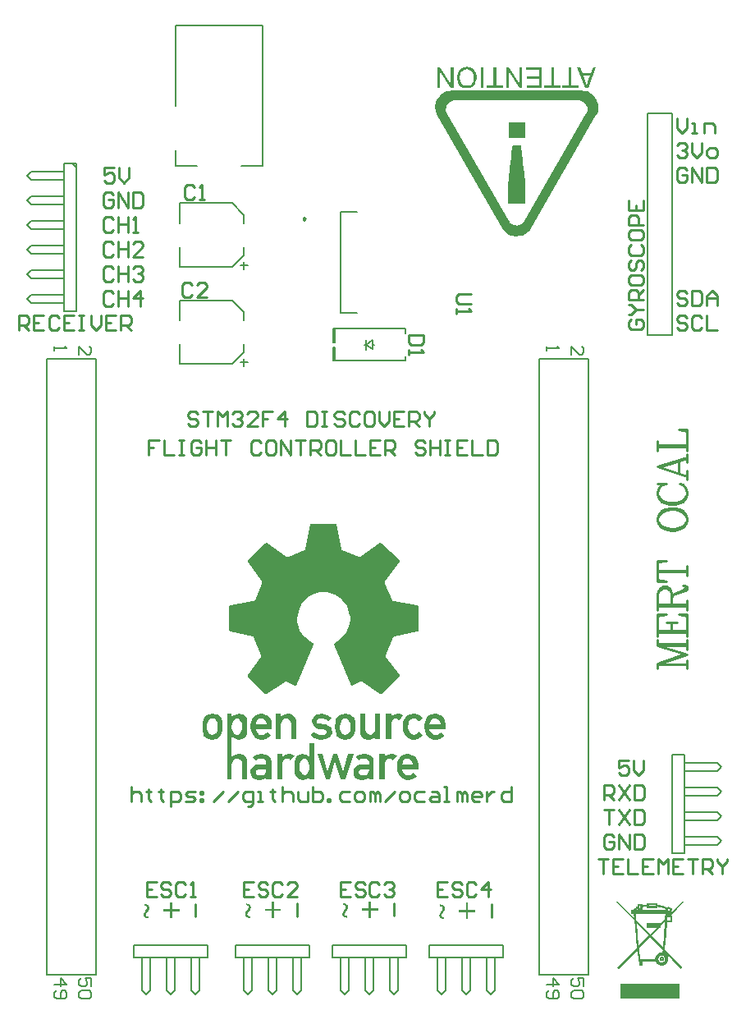
<source format=gto>
G04*
G04 #@! TF.GenerationSoftware,Altium Limited,Altium Designer,20.0.10 (225)*
G04*
G04 Layer_Color=65535*
%FSLAX25Y25*%
%MOIN*%
G70*
G01*
G75*
%ADD10C,0.00984*%
%ADD11C,0.00787*%
%ADD12C,0.01000*%
%ADD13C,0.00600*%
%ADD14C,0.00800*%
G36*
X174687Y43045D02*
X174872Y43030D01*
X175072Y42984D01*
X175302Y42922D01*
X175533Y42845D01*
X175748Y42722D01*
X175778Y42707D01*
X175840Y42646D01*
X175948Y42553D01*
X176055Y42430D01*
X176178Y42261D01*
X176286Y42077D01*
X176347Y41862D01*
X176378Y41631D01*
Y41539D01*
X176363Y41431D01*
X176332Y41293D01*
X176286Y41124D01*
X176224Y40940D01*
X176147Y40740D01*
X176024Y40525D01*
X175256Y39326D01*
X175241Y39310D01*
X175210Y39249D01*
X175164Y39157D01*
X175102Y39064D01*
X174995Y38834D01*
X174964Y38726D01*
X174949Y38649D01*
Y38603D01*
X174964Y38542D01*
X174979Y38480D01*
X175010Y38404D01*
X175056Y38327D01*
X175118Y38234D01*
X175210Y38158D01*
X175225Y38142D01*
X175271Y38127D01*
X175333Y38081D01*
X175425Y38035D01*
X175548Y37989D01*
X175702Y37958D01*
X175871Y37927D01*
X176055D01*
Y37205D01*
X176040D01*
X176009D01*
X175963D01*
X175901Y37220D01*
X175732Y37235D01*
X175533Y37266D01*
X175302Y37312D01*
X175056Y37374D01*
X174826Y37481D01*
X174610Y37604D01*
X174580Y37620D01*
X174518Y37681D01*
X174441Y37758D01*
X174334Y37881D01*
X174241Y38035D01*
X174149Y38204D01*
X174088Y38419D01*
X174072Y38649D01*
Y38726D01*
X174088Y38803D01*
X174103Y38895D01*
X174149Y39126D01*
X174211Y39249D01*
X174272Y39372D01*
X175195Y40924D01*
X175210Y40940D01*
X175241Y41001D01*
X175271Y41078D01*
X175317Y41186D01*
X175410Y41416D01*
X175440Y41539D01*
X175456Y41647D01*
Y41677D01*
X175440Y41754D01*
X175410Y41877D01*
X175348Y42000D01*
X175256Y42123D01*
X175118Y42246D01*
X175025Y42292D01*
X174918Y42323D01*
X174795Y42354D01*
X174656D01*
X174641D01*
X174580D01*
X174518D01*
X174426D01*
Y43061D01*
X174441D01*
X174457D01*
X174549D01*
X174687Y43045D01*
D02*
G37*
G36*
X185785Y40955D02*
X188583D01*
Y40002D01*
X185785D01*
Y37205D01*
X184832D01*
Y40002D01*
X182035D01*
Y40955D01*
X184832D01*
Y43752D01*
X185785D01*
Y40955D01*
D02*
G37*
G36*
X135317Y43537D02*
X135502Y43522D01*
X135701Y43476D01*
X135932Y43415D01*
X136162Y43338D01*
X136378Y43215D01*
X136408Y43199D01*
X136470Y43138D01*
X136577Y43046D01*
X136685Y42923D01*
X136808Y42754D01*
X136916Y42569D01*
X136977Y42354D01*
X137008Y42123D01*
Y42031D01*
X136993Y41924D01*
X136962Y41785D01*
X136916Y41616D01*
X136854Y41432D01*
X136777Y41232D01*
X136654Y41017D01*
X135886Y39818D01*
X135871Y39803D01*
X135840Y39741D01*
X135794Y39649D01*
X135732Y39557D01*
X135625Y39326D01*
X135594Y39219D01*
X135579Y39142D01*
Y39096D01*
X135594Y39034D01*
X135609Y38973D01*
X135640Y38896D01*
X135686Y38819D01*
X135748Y38727D01*
X135840Y38650D01*
X135855Y38634D01*
X135901Y38619D01*
X135963Y38573D01*
X136055Y38527D01*
X136178Y38481D01*
X136332Y38450D01*
X136501Y38419D01*
X136685D01*
Y37697D01*
X136670D01*
X136639D01*
X136593D01*
X136531Y37712D01*
X136362Y37728D01*
X136162Y37758D01*
X135932Y37804D01*
X135686Y37866D01*
X135456Y37973D01*
X135240Y38096D01*
X135210Y38112D01*
X135148Y38173D01*
X135071Y38250D01*
X134964Y38373D01*
X134871Y38527D01*
X134779Y38696D01*
X134718Y38911D01*
X134702Y39142D01*
Y39219D01*
X134718Y39295D01*
X134733Y39388D01*
X134779Y39618D01*
X134841Y39741D01*
X134902Y39864D01*
X135824Y41416D01*
X135840Y41432D01*
X135871Y41493D01*
X135901Y41570D01*
X135947Y41678D01*
X136040Y41908D01*
X136070Y42031D01*
X136086Y42139D01*
Y42169D01*
X136070Y42246D01*
X136040Y42369D01*
X135978Y42492D01*
X135886Y42615D01*
X135748Y42738D01*
X135655Y42784D01*
X135548Y42815D01*
X135425Y42846D01*
X135286D01*
X135271D01*
X135210D01*
X135148D01*
X135056D01*
Y43553D01*
X135071D01*
X135087D01*
X135179D01*
X135317Y43537D01*
D02*
G37*
G36*
X146415Y41447D02*
X149213D01*
Y40494D01*
X146415D01*
Y37697D01*
X145462D01*
Y40494D01*
X142665D01*
Y41447D01*
X145462D01*
Y44245D01*
X146415D01*
Y41447D01*
D02*
G37*
G36*
X95849Y43439D02*
X96033Y43424D01*
X96233Y43378D01*
X96464Y43316D01*
X96694Y43239D01*
X96909Y43116D01*
X96940Y43101D01*
X97001Y43039D01*
X97109Y42947D01*
X97217Y42824D01*
X97339Y42655D01*
X97447Y42471D01*
X97509Y42255D01*
X97539Y42025D01*
Y41933D01*
X97524Y41825D01*
X97493Y41687D01*
X97447Y41518D01*
X97386Y41333D01*
X97309Y41133D01*
X97186Y40918D01*
X96417Y39720D01*
X96402Y39704D01*
X96371Y39643D01*
X96325Y39550D01*
X96264Y39458D01*
X96156Y39228D01*
X96125Y39120D01*
X96110Y39043D01*
Y38997D01*
X96125Y38936D01*
X96141Y38874D01*
X96171Y38797D01*
X96218Y38720D01*
X96279Y38628D01*
X96371Y38551D01*
X96387Y38536D01*
X96433Y38521D01*
X96494Y38475D01*
X96586Y38428D01*
X96709Y38382D01*
X96863Y38352D01*
X97032Y38321D01*
X97217D01*
Y37598D01*
X97201D01*
X97171D01*
X97124D01*
X97063Y37614D01*
X96894Y37629D01*
X96694Y37660D01*
X96464Y37706D01*
X96218Y37767D01*
X95987Y37875D01*
X95772Y37998D01*
X95741Y38013D01*
X95680Y38075D01*
X95603Y38152D01*
X95495Y38275D01*
X95403Y38428D01*
X95311Y38598D01*
X95249Y38813D01*
X95234Y39043D01*
Y39120D01*
X95249Y39197D01*
X95265Y39289D01*
X95311Y39520D01*
X95372Y39643D01*
X95434Y39766D01*
X96356Y41318D01*
X96371Y41333D01*
X96402Y41395D01*
X96433Y41472D01*
X96479Y41579D01*
X96571Y41810D01*
X96602Y41933D01*
X96617Y42040D01*
Y42071D01*
X96602Y42148D01*
X96571Y42271D01*
X96510Y42394D01*
X96417Y42517D01*
X96279Y42640D01*
X96187Y42686D01*
X96079Y42717D01*
X95956Y42747D01*
X95818D01*
X95802D01*
X95741D01*
X95680D01*
X95587D01*
Y43454D01*
X95603D01*
X95618D01*
X95710D01*
X95849Y43439D01*
D02*
G37*
G36*
X106947Y41349D02*
X109744D01*
Y40396D01*
X106947D01*
Y37598D01*
X105994D01*
Y40396D01*
X103197D01*
Y41349D01*
X105994D01*
Y44146D01*
X106947D01*
Y41349D01*
D02*
G37*
G36*
X65707Y41152D02*
X68504D01*
Y40199D01*
X65707D01*
Y37402D01*
X64754D01*
Y40199D01*
X61956D01*
Y41152D01*
X64754D01*
Y43949D01*
X65707D01*
Y41152D01*
D02*
G37*
G36*
X54609Y43242D02*
X54793Y43227D01*
X54993Y43181D01*
X55223Y43119D01*
X55454Y43042D01*
X55669Y42919D01*
X55700Y42904D01*
X55761Y42843D01*
X55869Y42750D01*
X55976Y42627D01*
X56099Y42458D01*
X56207Y42274D01*
X56269Y42059D01*
X56299Y41828D01*
Y41736D01*
X56284Y41628D01*
X56253Y41490D01*
X56207Y41321D01*
X56146Y41137D01*
X56069Y40937D01*
X55946Y40721D01*
X55177Y39523D01*
X55162Y39507D01*
X55131Y39446D01*
X55085Y39354D01*
X55023Y39261D01*
X54916Y39031D01*
X54885Y38923D01*
X54870Y38846D01*
Y38800D01*
X54885Y38739D01*
X54900Y38677D01*
X54931Y38600D01*
X54977Y38524D01*
X55039Y38431D01*
X55131Y38355D01*
X55146Y38339D01*
X55193Y38324D01*
X55254Y38278D01*
X55346Y38232D01*
X55469Y38185D01*
X55623Y38155D01*
X55792Y38124D01*
X55976D01*
Y37402D01*
X55961D01*
X55930D01*
X55884D01*
X55823Y37417D01*
X55654Y37432D01*
X55454Y37463D01*
X55223Y37509D01*
X54977Y37571D01*
X54747Y37678D01*
X54532Y37801D01*
X54501Y37817D01*
X54439Y37878D01*
X54363Y37955D01*
X54255Y38078D01*
X54163Y38232D01*
X54071Y38401D01*
X54009Y38616D01*
X53994Y38846D01*
Y38923D01*
X54009Y39000D01*
X54024Y39092D01*
X54071Y39323D01*
X54132Y39446D01*
X54194Y39569D01*
X55116Y41121D01*
X55131Y41137D01*
X55162Y41198D01*
X55193Y41275D01*
X55239Y41382D01*
X55331Y41613D01*
X55362Y41736D01*
X55377Y41844D01*
Y41874D01*
X55362Y41951D01*
X55331Y42074D01*
X55269Y42197D01*
X55177Y42320D01*
X55039Y42443D01*
X54947Y42489D01*
X54839Y42520D01*
X54716Y42551D01*
X54578D01*
X54562D01*
X54501D01*
X54439D01*
X54347D01*
Y43257D01*
X54363D01*
X54378D01*
X54470D01*
X54609Y43242D01*
D02*
G37*
G36*
X132448Y197407D02*
Y197214D01*
X134370Y187411D01*
Y187218D01*
X134562Y187026D01*
X134754Y186834D01*
X141290Y184143D01*
X141867D01*
X150133Y189910D01*
X150325D01*
X150709Y189717D01*
X157822Y182989D01*
Y182797D01*
Y182605D01*
Y182413D01*
Y182220D01*
X152055Y174147D01*
Y173762D01*
Y173570D01*
Y173378D01*
X155131Y166650D01*
Y166457D01*
X155323Y166265D01*
X155708D01*
X164935Y164535D01*
X165319D01*
X165511Y164343D01*
Y164151D01*
Y154347D01*
Y154155D01*
X165319Y153963D01*
X164935D01*
X155900Y152040D01*
X155708D01*
X155515Y151848D01*
X155323Y151656D01*
X152440Y144351D01*
Y144159D01*
Y143967D01*
Y143774D01*
Y143582D01*
X157822Y136085D01*
Y135701D01*
Y135509D01*
X150709Y128588D01*
X150517Y128396D01*
X150325D01*
X150133Y128588D01*
X142636Y133586D01*
X141867D01*
X138791Y131856D01*
X138407D01*
X138215Y132048D01*
X131294Y148580D01*
Y148772D01*
X131486Y149349D01*
X132448Y149733D01*
X132640Y149926D01*
X132832Y150118D01*
X133024Y150310D01*
X133601Y150695D01*
X134370Y151464D01*
X135331Y152425D01*
X136292Y153578D01*
X137061Y155116D01*
X137638Y156846D01*
X137830Y158961D01*
Y159153D01*
Y159730D01*
X137638Y160498D01*
X137446Y161652D01*
X137061Y162805D01*
X136485Y164151D01*
X135715Y165496D01*
X134754Y166650D01*
X134562Y166842D01*
X134178Y167227D01*
X133601Y167611D01*
X132640Y168380D01*
X131486Y168956D01*
X130141Y169341D01*
X128795Y169726D01*
X127065Y169918D01*
X126296D01*
X125527Y169726D01*
X124374Y169533D01*
X123221Y169149D01*
X121875Y168572D01*
X120722Y167803D01*
X119376Y166650D01*
X119184Y166457D01*
X118991Y166073D01*
X118415Y165496D01*
X117838Y164535D01*
X117262Y163382D01*
X116877Y162036D01*
X116492Y160691D01*
X116300Y158961D01*
Y158768D01*
Y157999D01*
X116492Y157038D01*
X116877Y155693D01*
X117454Y154347D01*
X118415Y152809D01*
X119568Y151464D01*
X121298Y150118D01*
Y149926D01*
X121491Y149733D01*
X121683D01*
X122644Y149349D01*
X122836Y149157D01*
Y148580D01*
X116108Y132048D01*
X115916D01*
X115339Y131856D01*
X112071Y133586D01*
X111495D01*
X103998Y128588D01*
X103805Y128396D01*
X103613D01*
X103421Y128588D01*
X96308Y135509D01*
Y135701D01*
Y135893D01*
Y136085D01*
X101691Y143582D01*
Y143774D01*
Y143967D01*
Y144159D01*
Y144351D01*
X98615Y151656D01*
Y151848D01*
X98231Y152040D01*
X89196Y153963D01*
X89004D01*
X88811Y154155D01*
X88619Y154347D01*
Y164151D01*
Y164343D01*
X88811Y164535D01*
X89196D01*
X98423Y166265D01*
X98615D01*
X99192Y166650D01*
X101883Y173378D01*
Y173570D01*
Y173762D01*
Y173954D01*
Y174147D01*
X96308Y182220D01*
Y182413D01*
Y182605D01*
Y182797D01*
Y182989D01*
X103421Y189717D01*
X103613Y189910D01*
X103998D01*
X112071Y184143D01*
X112840D01*
X119376Y186834D01*
X119568D01*
X119760Y187026D01*
Y187411D01*
X121683Y197214D01*
Y197407D01*
X121875Y197599D01*
X132255D01*
X132448Y197407D01*
D02*
G37*
G36*
X158591Y120130D02*
X159360Y119746D01*
X157822Y117823D01*
X157630Y118016D01*
X157438Y118208D01*
X157053Y118400D01*
X156669Y118592D01*
X156284D01*
X155708Y118400D01*
X154939Y117631D01*
X154746Y117054D01*
X154554Y116286D01*
Y110134D01*
X152440D01*
Y120515D01*
X154554D01*
Y119361D01*
X154746Y119553D01*
X155131Y119938D01*
X156092Y120322D01*
X157245Y120515D01*
X157822D01*
X158591Y120130D01*
D02*
G37*
G36*
X114378D02*
X114955Y119553D01*
X115531Y118977D01*
X115916Y118016D01*
X116108Y116862D01*
Y110134D01*
X113994D01*
Y116286D01*
Y116478D01*
Y116670D01*
X113801Y117439D01*
X113032Y118208D01*
X112648Y118592D01*
X111495D01*
X110918Y118400D01*
X110149Y117631D01*
X109957Y117054D01*
X109765Y116286D01*
Y110134D01*
X107650D01*
Y120515D01*
X109765D01*
Y119361D01*
X109957Y119553D01*
X110533Y119938D01*
X111302Y120322D01*
X112648Y120515D01*
X113225D01*
X114378Y120130D01*
D02*
G37*
G36*
X93617Y120322D02*
X94578Y120130D01*
X95539Y119361D01*
X95732Y119169D01*
X95924Y118400D01*
X96116Y117247D01*
Y115324D01*
Y115132D01*
Y114940D01*
Y113786D01*
X95924Y112441D01*
X95539Y111287D01*
X95347Y111095D01*
X94578Y110711D01*
X93617Y110134D01*
X92656Y109942D01*
X92464D01*
X91887Y110134D01*
X90926Y110519D01*
X89773Y111095D01*
Y103022D01*
X89965Y103214D01*
X90541Y103598D01*
X91310Y103983D01*
X92656Y104175D01*
X93233D01*
X94386Y103791D01*
X94963Y103406D01*
X95539Y102637D01*
X95924Y101868D01*
X96116Y100715D01*
Y93987D01*
X94002D01*
Y99946D01*
Y100138D01*
Y100330D01*
X93809Y101099D01*
X93041Y101868D01*
X92656Y102253D01*
X91503D01*
X90926Y102060D01*
X90157Y101292D01*
X89965Y100715D01*
X89773Y99946D01*
Y93987D01*
X88042D01*
Y120515D01*
X89773D01*
Y119361D01*
X89965Y119553D01*
X90734Y119938D01*
X91503Y120322D01*
X92656Y120515D01*
X92848D01*
X93617Y120322D01*
D02*
G37*
G36*
X127642Y120322D02*
X128795Y119938D01*
X130141Y118977D01*
X128988Y117631D01*
X128603Y117823D01*
X127834Y118208D01*
X126873Y118400D01*
X126104Y118592D01*
X125720D01*
X125143Y118400D01*
X124566Y118208D01*
X124182Y117439D01*
Y117247D01*
X124374Y117054D01*
X124758Y116670D01*
X125720Y116478D01*
X127450Y116286D01*
X128026D01*
X128988Y115709D01*
X130141Y114748D01*
X130333Y114171D01*
X130525Y113210D01*
Y113018D01*
Y112633D01*
X130333Y112249D01*
X129949Y111672D01*
X129372Y110903D01*
X128603Y110519D01*
X127642Y110134D01*
X126104Y109942D01*
X125720D01*
X124566Y110134D01*
X123221Y110711D01*
X121683Y111864D01*
X123028Y113210D01*
X123221Y113018D01*
X123989Y112633D01*
X125143Y112056D01*
X126296Y111864D01*
X126681D01*
X127450Y112056D01*
X128026Y112441D01*
X128411Y112825D01*
Y113210D01*
Y113402D01*
X128219Y113594D01*
X127834Y113979D01*
X127065Y114363D01*
X124951D01*
X124758Y114555D01*
X123797Y114940D01*
X122836Y115901D01*
X122644Y116478D01*
X122452Y117439D01*
Y117631D01*
Y118016D01*
X122836Y118977D01*
X123413Y119553D01*
X123989Y120130D01*
X124951Y120322D01*
X126104Y120515D01*
X126488D01*
X127642Y120322D01*
D02*
G37*
G36*
X165127Y120322D02*
X166280Y119746D01*
X167434Y118784D01*
X165896Y117439D01*
X165703Y117631D01*
X165319Y118016D01*
X164742Y118400D01*
X163781Y118592D01*
X163397Y118592D01*
X162628Y118208D01*
X162051Y117823D01*
X161667Y117247D01*
X161474Y116478D01*
X161282Y115324D01*
Y115132D01*
Y114748D01*
X161667Y113786D01*
X162435Y112633D01*
X163012Y112249D01*
X163781Y112057D01*
X163973D01*
X164550Y112249D01*
X165127Y112633D01*
X165896Y113210D01*
X167434Y111864D01*
X167241Y111480D01*
X166472Y110903D01*
X165319Y110326D01*
X163781Y109942D01*
X163012Y109942D01*
X162243Y110326D01*
X161474Y110711D01*
X160705Y111287D01*
X159936Y112249D01*
X159360Y113594D01*
X159168Y115324D01*
Y115517D01*
Y116093D01*
X159360Y117054D01*
X159744Y118016D01*
X160321Y118784D01*
X161090Y119746D01*
X162243Y120322D01*
X163781Y120515D01*
X164166D01*
X165127Y120322D01*
D02*
G37*
G36*
X150133Y110134D02*
X148018D01*
Y111095D01*
X147826Y110903D01*
X147249Y110519D01*
X146480Y110134D01*
X145519Y109942D01*
X144943D01*
X143789Y110326D01*
X143020Y110711D01*
X142444Y111480D01*
X142059Y112249D01*
X141867Y113402D01*
Y120515D01*
X143981D01*
Y114363D01*
Y113979D01*
X144174Y113210D01*
X144943Y112441D01*
X145327Y112249D01*
X146096Y112056D01*
X146480D01*
X147057Y112441D01*
X147634Y113018D01*
X148018Y113594D01*
Y114363D01*
Y120515D01*
X150133D01*
Y110134D01*
D02*
G37*
G36*
X173585Y120322D02*
X174546Y119938D01*
X175315Y119553D01*
X175892Y118784D01*
X176468Y117631D01*
X176661Y116286D01*
Y114363D01*
X170125D01*
Y114171D01*
Y113979D01*
X170509Y113210D01*
X171278Y112249D01*
X171855Y112057D01*
X172624Y111864D01*
X172816D01*
X173393Y112057D01*
X174162Y112441D01*
X174738Y113018D01*
X176276Y111672D01*
X176084Y111480D01*
X175315Y110903D01*
X174162Y110134D01*
X172624Y109942D01*
X171855D01*
X171086Y110326D01*
X170317Y110711D01*
X169548Y111287D01*
X168779Y112249D01*
X168202Y113594D01*
X168010Y115324D01*
Y115517D01*
Y116093D01*
X168202Y117054D01*
X168587Y118016D01*
X168971Y118784D01*
X169740Y119746D01*
X170894Y120322D01*
X172239Y120515D01*
X173008D01*
X173585Y120322D01*
D02*
G37*
G36*
X137061Y120322D02*
X138022Y120130D01*
X138984Y119361D01*
X139176Y119169D01*
X139560Y118400D01*
X139945Y117247D01*
X140137Y115324D01*
Y115132D01*
Y114940D01*
X139945Y113786D01*
X139752Y112441D01*
X138984Y111287D01*
X138791Y111095D01*
X138215Y110711D01*
X137253Y110134D01*
X135908Y109942D01*
X135523D01*
X134754Y110134D01*
X133793Y110519D01*
X132640Y111287D01*
X132448Y111480D01*
X132255Y112249D01*
X131871Y113594D01*
X131679Y115324D01*
Y115517D01*
Y115709D01*
X131871Y116862D01*
X132063Y118208D01*
X132640Y119361D01*
X132832Y119553D01*
X133409Y119938D01*
X134562Y120322D01*
X135908Y120515D01*
X136292D01*
X137061Y120322D01*
D02*
G37*
G36*
X103036Y120322D02*
X103998Y119938D01*
X104766Y119553D01*
X105343Y118784D01*
X105920Y117631D01*
X106112Y116286D01*
Y114363D01*
X99576D01*
Y114171D01*
Y113979D01*
X99961Y113210D01*
X100538Y112249D01*
X101114Y112056D01*
X101883Y111864D01*
X102075D01*
X102844Y112056D01*
X103421Y112441D01*
X104190Y113018D01*
X105920Y111672D01*
X105535Y111480D01*
X104766Y110903D01*
X103613Y110134D01*
X102075Y109942D01*
X101306D01*
X100538Y110326D01*
X99769Y110711D01*
X99000Y111287D01*
X98231Y112249D01*
X97654Y113594D01*
X97462Y115324D01*
Y115517D01*
Y116093D01*
X97654Y117054D01*
X98039Y118016D01*
X98423Y118784D01*
X99192Y119746D01*
X100345Y120322D01*
X101691Y120515D01*
X102460D01*
X103036Y120322D01*
D02*
G37*
G36*
X83237D02*
X84198Y120130D01*
X84967Y119361D01*
X85159Y119169D01*
X85544Y118400D01*
X85928Y117247D01*
X86120Y115324D01*
Y115132D01*
Y114940D01*
X85928Y113786D01*
X85736Y112441D01*
X84967Y111287D01*
X84775Y111095D01*
X84198Y110711D01*
X83237Y110134D01*
X81891Y109942D01*
X81507D01*
X80738Y110134D01*
X79777Y110519D01*
X78623Y111287D01*
X78431Y111480D01*
X78239Y112441D01*
X78047Y113594D01*
X77854Y115324D01*
Y115517D01*
Y115709D01*
X78047Y116862D01*
X78239Y118016D01*
X78623Y119361D01*
X78816Y119553D01*
X79392Y119938D01*
X80546Y120322D01*
X81891Y120515D01*
X82276D01*
X83237Y120322D01*
D02*
G37*
G36*
X156092Y103791D02*
X156861Y103406D01*
X155131Y101676D01*
Y101868D01*
X154746Y102060D01*
X154362Y102253D01*
X153401D01*
X152824Y102060D01*
X152247Y101292D01*
X151863Y100715D01*
Y99946D01*
Y93987D01*
X149748D01*
Y104175D01*
X151863D01*
Y103022D01*
X152055Y103214D01*
X152632Y103598D01*
X153401Y103983D01*
X154746Y104175D01*
X155323D01*
X156092Y103791D01*
D02*
G37*
G36*
X123413Y93987D02*
X121298D01*
Y94756D01*
X121106Y94564D01*
X120529Y94179D01*
X119761Y93795D01*
X118607Y93602D01*
X118415D01*
X117646Y93795D01*
X116685Y94179D01*
X115916Y95140D01*
X115724Y95332D01*
X115531Y95909D01*
X115339Y96294D01*
Y97062D01*
X115147Y97831D01*
Y98985D01*
Y99177D01*
Y99562D01*
X115339Y100715D01*
X115531Y102060D01*
X115724Y102637D01*
X115916Y103022D01*
X116108Y103214D01*
X116493Y103598D01*
X117454Y103983D01*
X118607Y104175D01*
X118799D01*
X119568Y103983D01*
X120337Y103791D01*
X121298Y103022D01*
Y108404D01*
X123413D01*
Y93987D01*
D02*
G37*
G36*
X114378Y103791D02*
X115147Y103406D01*
X113609Y101676D01*
X113417Y101868D01*
X113225Y102060D01*
X112648Y102253D01*
X111879D01*
X111302Y102060D01*
X110533Y101292D01*
X110341Y100715D01*
Y99946D01*
Y93987D01*
X108227D01*
Y104175D01*
X110341D01*
Y103022D01*
X110533Y103214D01*
X110918Y103598D01*
X111687Y103983D01*
X112840Y104175D01*
X113609D01*
X114378Y103791D01*
D02*
G37*
G36*
X135908Y93987D02*
X133985D01*
X131679Y101099D01*
X129564Y93987D01*
X127834D01*
X124566Y104175D01*
X126681D01*
X128603Y96870D01*
X131102Y104175D01*
X132640D01*
X134947Y96870D01*
X136869Y104175D01*
X139176D01*
X135908Y93987D01*
D02*
G37*
G36*
X145519Y103791D02*
X146096Y103406D01*
X146865Y102829D01*
X147249Y102060D01*
X147442Y100907D01*
Y93987D01*
X145519D01*
Y94756D01*
X145327Y94564D01*
X144943Y94179D01*
X143981Y93795D01*
X142828Y93602D01*
X142251D01*
X141098Y93987D01*
X140329Y94371D01*
X139752Y94948D01*
X139368Y95717D01*
X139176Y96870D01*
Y97062D01*
Y97447D01*
X139560Y98408D01*
X139945Y98985D01*
X140714Y99562D01*
X141482Y99754D01*
X142636Y99946D01*
X145519D01*
Y100907D01*
Y101099D01*
X145327Y101676D01*
X144558Y102060D01*
X144174Y102253D01*
X142636D01*
X141867Y102060D01*
X141482Y101676D01*
X139945Y102829D01*
X140137Y103022D01*
X140714Y103598D01*
X141675Y103983D01*
X143405Y104175D01*
X143981D01*
X145519Y103791D01*
D02*
G37*
G36*
X102844Y103983D02*
X103805Y103791D01*
X104574Y103406D01*
X105151Y102829D01*
X105728Y102060D01*
X105920Y100907D01*
Y93987D01*
X103805D01*
Y94756D01*
X103613Y94564D01*
X103229Y94179D01*
X102460Y93795D01*
X101306Y93602D01*
X100730D01*
X99384Y93987D01*
X98615Y94371D01*
X98039Y94948D01*
X97654Y95717D01*
X97462Y96870D01*
Y97062D01*
Y97447D01*
X97846Y98408D01*
X98231Y98985D01*
X99000Y99562D01*
X99769Y99754D01*
X100922Y99946D01*
X103805D01*
Y100907D01*
Y101099D01*
X103613Y101676D01*
X102844Y102060D01*
X102460Y102253D01*
X100922D01*
X100153Y102060D01*
X99576Y101676D01*
X98039Y102829D01*
X98231Y103022D01*
X99000Y103598D01*
X99961Y103983D01*
X101499Y104175D01*
X102268D01*
X102844Y103983D01*
D02*
G37*
G36*
X162435Y103983D02*
X163397Y103598D01*
X164166Y103214D01*
X164742Y102445D01*
X165319Y101292D01*
X165511Y99946D01*
Y98024D01*
X158975Y98024D01*
Y97831D01*
Y97639D01*
X159360Y96870D01*
X159936Y95909D01*
X160513Y95717D01*
X161282Y95525D01*
X161474D01*
X162243Y95717D01*
X162820Y96101D01*
X163589Y96678D01*
X165127Y95332D01*
X164935Y95140D01*
X164166Y94564D01*
X163012Y93795D01*
X161474Y93602D01*
X160705D01*
X159936Y93987D01*
X159168Y94371D01*
X158399Y94948D01*
X157630Y95909D01*
X157053Y97255D01*
X156861Y98985D01*
Y99177D01*
Y99754D01*
X157053Y100715D01*
X157438Y101676D01*
X157822Y102445D01*
X158591Y103406D01*
X159744Y103983D01*
X161090Y104175D01*
X161859D01*
X162435Y103983D01*
D02*
G37*
G36*
X234529Y374582D02*
X233329D01*
X229915Y382979D01*
X231207D01*
X232222Y380395D01*
X235729D01*
X236651Y382979D01*
X237758D01*
X234529Y374582D01*
D02*
G37*
G36*
X207771D02*
X206663D01*
X202234Y381133D01*
Y374582D01*
X201220D01*
Y382979D01*
X202327D01*
X206756Y376335D01*
Y382979D01*
X207771D01*
Y374582D01*
D02*
G37*
G36*
X179813Y374582D02*
X178706D01*
X174277Y381133D01*
Y374582D01*
X173262D01*
Y382979D01*
X174369D01*
X178798Y376335D01*
Y382979D01*
X179813D01*
Y374582D01*
D02*
G37*
G36*
X227793Y375597D02*
X230561D01*
Y374582D01*
X223918D01*
Y375597D01*
X226686D01*
Y382979D01*
X227793D01*
Y375597D01*
D02*
G37*
G36*
X220596D02*
X223364D01*
Y374582D01*
X216721D01*
Y375597D01*
X219489D01*
Y382979D01*
X220596D01*
Y375597D01*
D02*
G37*
G36*
X215614Y374582D02*
X209524D01*
Y375597D01*
X214506D01*
Y378181D01*
X209801D01*
Y379103D01*
X214506D01*
Y381964D01*
X209339D01*
Y382979D01*
X215614D01*
Y374582D01*
D02*
G37*
G36*
X197252Y375597D02*
X200020D01*
Y374582D01*
X193284D01*
Y375597D01*
X196052D01*
Y382979D01*
X197252D01*
Y375597D01*
D02*
G37*
G36*
X191992Y374582D02*
X190885D01*
Y382979D01*
X191992D01*
Y374582D01*
D02*
G37*
G36*
X185995Y382979D02*
X186641Y382794D01*
X187379Y382517D01*
X187564Y382425D01*
X187933Y382148D01*
X188394Y381594D01*
X188763Y380949D01*
X188855Y380764D01*
X189040Y380303D01*
X189224Y379657D01*
X189317Y378826D01*
Y378734D01*
Y378457D01*
X189224Y378088D01*
X189132Y377627D01*
X188763Y376612D01*
X188486Y376058D01*
X188117Y375597D01*
X188025Y375505D01*
X187933Y375412D01*
X187656Y375228D01*
X187379Y374951D01*
X186456Y374582D01*
X185903Y374490D01*
X185257Y374397D01*
X185072D01*
X184519Y374490D01*
X183873Y374582D01*
X183135Y374951D01*
X182950Y375043D01*
X182581Y375320D01*
X182120Y375874D01*
X181751Y376520D01*
X181658Y376704D01*
X181474Y377166D01*
X181381Y377904D01*
X181289Y378826D01*
Y378919D01*
Y379011D01*
X181381Y379565D01*
X181474Y380303D01*
X181751Y381041D01*
X181843Y381225D01*
X182120Y381594D01*
X182581Y382148D01*
X183227Y382610D01*
X183411Y382702D01*
X183780Y382794D01*
X184426Y382979D01*
X185257Y383071D01*
X185441D01*
X185995Y382979D01*
D02*
G37*
G36*
X232776Y373382D02*
X233422Y373290D01*
X234160Y373106D01*
X234990Y372737D01*
X235729Y372368D01*
X236559Y371722D01*
X236651Y371629D01*
X236743Y371445D01*
X237205Y370984D01*
X237297Y370891D01*
X237389Y370707D01*
X237758Y370153D01*
Y370061D01*
X237851Y369969D01*
X237943Y369692D01*
X238127Y369230D01*
X238312Y368677D01*
X238497Y367939D01*
X238681Y367200D01*
Y366278D01*
X238589Y365355D01*
Y365263D01*
X238497Y364986D01*
X238404Y364617D01*
X238312Y364432D01*
Y364340D01*
X238220Y364156D01*
X238035Y363879D01*
X237851Y363510D01*
Y363417D01*
X237758D01*
X211369Y317651D01*
Y317559D01*
X211277Y317467D01*
X210816Y316913D01*
X210262Y316175D01*
X209432Y315437D01*
X209247Y315345D01*
X208878Y315160D01*
X208786D01*
X208601Y314976D01*
X208324Y314883D01*
X207863Y314699D01*
X206756Y314422D01*
X205464Y314237D01*
X205003D01*
X204541Y314330D01*
X203895Y314422D01*
X203249Y314699D01*
X202419Y314976D01*
X201681Y315437D01*
X200943Y315991D01*
X200850Y316083D01*
X200666Y316267D01*
X200481Y316452D01*
X200297Y316729D01*
X200204Y316821D01*
X200112Y317005D01*
X199651Y317559D01*
X173262Y363325D01*
X173169Y363417D01*
X173077Y363694D01*
X172893Y364156D01*
X172708Y364801D01*
X172523Y365447D01*
X172431Y366278D01*
Y367200D01*
X172523Y368215D01*
Y368308D01*
X172616Y368492D01*
X172708Y368769D01*
X172800Y369138D01*
Y369230D01*
X172893Y369415D01*
X172985Y369692D01*
X173169Y370061D01*
X173262D01*
X173354Y370153D01*
X173538Y370430D01*
X173815Y370799D01*
X174184Y371353D01*
X174738Y371814D01*
X175384Y372368D01*
X176122Y372829D01*
X177045Y373198D01*
X177137D01*
X177414Y373290D01*
X177691Y373382D01*
X178244D01*
X178521Y373475D01*
X232314Y373475D01*
X232776Y373382D01*
D02*
G37*
G36*
X273458Y44184D02*
X268153Y38695D01*
X268707D01*
Y35742D01*
X266585D01*
X266216Y31175D01*
X265616Y24810D01*
X272674Y17567D01*
X272120Y17014D01*
X265570Y23795D01*
X265524Y23426D01*
X265847Y23241D01*
X266170Y23010D01*
X266446Y22734D01*
X266677Y22457D01*
X266908Y22088D01*
X267000Y21765D01*
X267092Y21396D01*
X267138Y20934D01*
X267092Y20565D01*
X266954Y20104D01*
X266723Y19597D01*
X266400Y19182D01*
X266123Y18859D01*
X265708Y18628D01*
X265293Y18443D01*
X264878Y18351D01*
X264324Y18305D01*
X263817Y18351D01*
X263263Y18536D01*
X262756Y18859D01*
X262387Y19274D01*
X262156Y19597D01*
X261972Y19966D01*
X256805D01*
Y18167D01*
X255144D01*
Y19966D01*
X254914D01*
X254499Y24671D01*
X247026Y17014D01*
X246472Y17521D01*
X254406Y25686D01*
X254037Y29330D01*
X253576Y34358D01*
X253392Y36434D01*
X245965Y44184D01*
X246472Y44692D01*
X253299Y37634D01*
X253115Y39340D01*
X251915D01*
Y40724D01*
X252976D01*
Y41001D01*
X253022Y41186D01*
X253161Y41324D01*
X253299Y41462D01*
X253576Y41693D01*
X253853Y41878D01*
X254130Y42062D01*
X254452Y42200D01*
X254637Y42293D01*
Y43169D01*
X256482D01*
Y42800D01*
X257036Y42892D01*
X257589Y42985D01*
X258143Y43031D01*
X258466D01*
Y43630D01*
X262664D01*
Y42985D01*
X263171Y42892D01*
X263817Y42800D01*
X264463Y42662D01*
X265062Y42477D01*
X265616Y42247D01*
X266031Y42062D01*
X266354Y41831D01*
X266539Y41647D01*
X266677Y41785D01*
X266908Y41924D01*
X267138Y42062D01*
X267461D01*
X267738Y42016D01*
X268061Y41924D01*
X268245Y41693D01*
X268476Y41416D01*
X268522Y41232D01*
X268568Y40955D01*
X268522Y40724D01*
X268476Y40540D01*
X268430Y40401D01*
X268291Y40217D01*
X268153Y40078D01*
X268015Y39986D01*
X267922Y39894D01*
Y39525D01*
X272904Y44692D01*
X273458Y44184D01*
D02*
G37*
G36*
X271475Y10878D02*
Y10786D01*
Y10601D01*
Y10371D01*
Y10048D01*
Y10002D01*
Y9910D01*
Y9679D01*
Y9448D01*
Y9125D01*
Y8802D01*
Y7972D01*
Y7926D01*
Y7788D01*
Y7557D01*
Y7326D01*
Y6634D01*
Y5942D01*
Y5896D01*
Y5804D01*
Y5481D01*
Y5158D01*
Y5066D01*
Y5020D01*
X247533D01*
Y5158D01*
Y5250D01*
Y5389D01*
Y5619D01*
Y5942D01*
Y5988D01*
Y6127D01*
Y6311D01*
Y6542D01*
Y6865D01*
Y7188D01*
Y7972D01*
Y8018D01*
Y8157D01*
Y8387D01*
Y8664D01*
Y9356D01*
Y10048D01*
Y10094D01*
Y10186D01*
Y10555D01*
Y10878D01*
Y10971D01*
Y11017D01*
X271475D01*
Y10878D01*
D02*
G37*
%LPC*%
G36*
X91887Y118592D02*
X91503D01*
X90926Y118208D01*
X90541Y117823D01*
X90157Y117247D01*
X89965Y116478D01*
X89773Y115324D01*
Y115132D01*
Y114748D01*
X89965Y113786D01*
X90734Y112633D01*
X91118Y112249D01*
X91887Y112056D01*
X92272D01*
X93041Y112441D01*
X93425Y112825D01*
X93617Y113402D01*
X94002Y114171D01*
Y115324D01*
Y115517D01*
Y115901D01*
X93809Y117054D01*
X93041Y118016D01*
X92656Y118400D01*
X91887Y118592D01*
D02*
G37*
G36*
X172816Y118592D02*
X171855D01*
X171278Y118400D01*
X170509Y117631D01*
X170317Y117054D01*
X170125Y116286D01*
X174546D01*
Y116478D01*
Y116670D01*
X174162Y117439D01*
X173393Y118208D01*
X172816Y118592D01*
D02*
G37*
G36*
X135908Y118592D02*
X135716D01*
X135331Y118400D01*
X134754Y118208D01*
X134370Y117631D01*
X134178Y117247D01*
X133985Y116478D01*
X133793Y115324D01*
Y114940D01*
Y114363D01*
X133985Y113402D01*
X134370Y112825D01*
Y112633D01*
X134562Y112441D01*
X135139Y112249D01*
X135908Y112056D01*
X136100D01*
X136485Y112249D01*
X137061Y112441D01*
X137446Y112825D01*
X137638Y113018D01*
X137830Y113402D01*
X138022Y114171D01*
Y115324D01*
Y115709D01*
Y116286D01*
X137830Y117054D01*
X137446Y117631D01*
Y117823D01*
X137061Y118208D01*
X136677Y118400D01*
X135908Y118592D01*
D02*
G37*
G36*
X102268Y118592D02*
X101306D01*
X100730Y118400D01*
X99961Y117631D01*
X99769Y117054D01*
X99576Y116286D01*
X103998D01*
Y116478D01*
Y116670D01*
X103613Y117439D01*
X102844Y118208D01*
X102268Y118592D01*
D02*
G37*
G36*
X81891D02*
X81699D01*
X81314Y118400D01*
X80738Y118208D01*
X80353Y117631D01*
X80161Y117439D01*
X79969Y117054D01*
X79777Y116286D01*
X79584Y115324D01*
Y115132D01*
X79777Y114363D01*
X79969Y113594D01*
X80353Y112825D01*
Y112633D01*
X80546Y112441D01*
X81122Y112249D01*
X81891Y112056D01*
X82083D01*
X82660Y112249D01*
X83237Y112441D01*
X83621Y112825D01*
Y113018D01*
X83814Y113402D01*
X84006Y114171D01*
Y115324D01*
Y115709D01*
Y116286D01*
X83814Y117054D01*
X83621Y117631D01*
X83429Y117823D01*
X83237Y118208D01*
X82660Y118400D01*
X81891Y118592D01*
D02*
G37*
G36*
X119376Y102253D02*
X118991D01*
X118415Y101868D01*
X118030Y101484D01*
X117646Y100907D01*
X117454Y100138D01*
X117262Y98985D01*
Y98793D01*
Y98408D01*
X117454Y97447D01*
X118223Y96294D01*
X118607Y95909D01*
X119376Y95717D01*
X119761D01*
X120337Y96101D01*
X120722Y96486D01*
X120914Y97062D01*
X121298Y97831D01*
Y98985D01*
Y99177D01*
Y99562D01*
X121106Y100715D01*
X120529Y101676D01*
X119953Y102060D01*
X119376Y102253D01*
D02*
G37*
G36*
X145519Y98024D02*
X142828D01*
X142251Y97831D01*
X141482Y97639D01*
X141290Y96870D01*
Y96678D01*
X141482Y96294D01*
X142059Y95717D01*
X143020Y95525D01*
X143405D01*
X144366Y95717D01*
X145135Y96294D01*
X145327Y96870D01*
X145519Y97447D01*
Y98024D01*
D02*
G37*
G36*
X103805Y98024D02*
X101114D01*
X100538Y97831D01*
X99769Y97639D01*
X99576Y96870D01*
Y96678D01*
X99769Y96294D01*
X100345Y95717D01*
X101499Y95525D01*
X101883D01*
X102652Y95717D01*
X103421Y96294D01*
X103805Y96870D01*
Y97447D01*
Y98024D01*
D02*
G37*
G36*
X161667Y102253D02*
X160705D01*
X160129Y102060D01*
X159360Y101292D01*
X159168Y100715D01*
X158975Y99946D01*
X163397D01*
Y100138D01*
Y100330D01*
X163012Y101099D01*
X162243Y101868D01*
X161667Y102253D01*
D02*
G37*
G36*
X235359Y379472D02*
X232499D01*
X233422Y377166D01*
X233514Y376981D01*
X233606Y376612D01*
X233791Y376058D01*
X233975Y375505D01*
Y375597D01*
X234068Y375966D01*
X234252Y376520D01*
X234437Y377073D01*
X235359Y379472D01*
D02*
G37*
G36*
X185257Y382148D02*
X185072D01*
X184519Y382056D01*
X183873Y381779D01*
X183227Y381318D01*
X183135Y381133D01*
X182765Y380672D01*
X182489Y379841D01*
X182396Y378826D01*
Y378734D01*
Y378642D01*
Y378181D01*
X182581Y377627D01*
X182765Y376981D01*
X182858Y376889D01*
X182950Y376520D01*
X183319Y376151D01*
X183780Y375781D01*
X183873Y375689D01*
X184242Y375597D01*
X184703Y375505D01*
X185257Y375412D01*
X185441D01*
X185995Y375505D01*
X186641Y375689D01*
X187287Y376151D01*
X187379Y376335D01*
X187656Y376797D01*
X187840Y377166D01*
X188025Y377627D01*
X188117Y378273D01*
Y378919D01*
Y379011D01*
Y379195D01*
X188025Y379749D01*
X187748Y380580D01*
X187287Y381318D01*
X187102Y381410D01*
X186733Y381687D01*
X186087Y382056D01*
X185257Y382148D01*
D02*
G37*
G36*
X230561Y369507D02*
X180367Y369507D01*
Y369415D01*
X179721D01*
X179536Y369323D01*
X179259D01*
X179075Y369230D01*
X178521Y368953D01*
X177875Y368492D01*
X177229Y367662D01*
X177137Y367477D01*
X176953Y367108D01*
X176860Y366554D01*
X176768Y365816D01*
Y365724D01*
Y365540D01*
Y365447D01*
Y365355D01*
X176860Y364986D01*
X176953Y364525D01*
X177229Y363971D01*
X202327Y320512D01*
X202419D01*
X202511Y320420D01*
X202696Y320050D01*
Y319958D01*
X202788Y319866D01*
X203065Y319681D01*
X203249Y319497D01*
X203711Y319220D01*
X204541Y318943D01*
X205464Y318759D01*
Y318666D01*
X205648D01*
X206110Y318759D01*
X206663Y318851D01*
X207309Y319220D01*
X207402Y319312D01*
X207494D01*
X207586Y319405D01*
X207678Y319497D01*
X207955Y319681D01*
X208324Y320143D01*
X208693Y320604D01*
X233791Y364063D01*
Y364156D01*
X233883Y364248D01*
X234068Y364617D01*
Y364709D01*
X234160Y365078D01*
Y365171D01*
Y365355D01*
X234252Y365540D01*
Y365909D01*
X234160Y366739D01*
X233791Y367662D01*
X233699Y367754D01*
X233422Y368123D01*
X233329Y368215D01*
X233053Y368492D01*
X232960D01*
X232868Y368677D01*
X232314Y368953D01*
X231576Y369323D01*
X231115Y369415D01*
X230561Y369507D01*
D02*
G37*
%LPD*%
G36*
X209062Y360465D02*
Y360280D01*
Y360003D01*
Y359542D01*
Y358527D01*
Y357420D01*
Y357328D01*
Y357143D01*
Y356774D01*
Y356405D01*
Y355298D01*
Y354098D01*
X202419D01*
Y354190D01*
Y354375D01*
Y354744D01*
Y355113D01*
Y356220D01*
Y357420D01*
Y357512D01*
Y357697D01*
Y357973D01*
Y358435D01*
Y359358D01*
Y360557D01*
X209062D01*
Y360465D01*
D02*
G37*
G36*
X207217Y351145D02*
X207309Y350869D01*
Y350407D01*
X207402Y349669D01*
X207494Y349208D01*
X207586Y348654D01*
X207678Y348008D01*
X207771Y347178D01*
X207863Y346347D01*
X207955Y345332D01*
Y345240D01*
Y345056D01*
X208048Y344779D01*
Y344410D01*
X208140Y343487D01*
X208324Y342472D01*
X208417Y341365D01*
X208509Y340442D01*
X208601Y340073D01*
Y339704D01*
X208693Y339519D01*
Y339427D01*
Y339335D01*
Y339243D01*
X208786Y338781D01*
Y338320D01*
X208878Y337859D01*
Y337766D01*
Y337490D01*
Y337028D01*
X208970Y336382D01*
Y336290D01*
Y336013D01*
Y335552D01*
Y334998D01*
Y334352D01*
Y333614D01*
X209062Y331953D01*
Y331861D01*
Y331584D01*
Y331123D01*
X209062Y330569D01*
Y329923D01*
Y329185D01*
Y327617D01*
X201958D01*
Y327709D01*
Y327986D01*
Y328355D01*
Y328908D01*
Y329554D01*
Y330292D01*
X201958Y331861D01*
Y331953D01*
Y332230D01*
Y332599D01*
Y333153D01*
Y333799D01*
Y334537D01*
Y336105D01*
Y336198D01*
X202050Y336474D01*
Y336659D01*
X202142Y337028D01*
Y337490D01*
X202234Y338043D01*
Y338135D01*
Y338412D01*
X202327Y338966D01*
X202419Y339796D01*
X202511Y340350D01*
X202604Y340996D01*
X202696Y341734D01*
X202788Y342657D01*
X202880Y343579D01*
X203065Y344687D01*
X203157Y345886D01*
X203342Y347270D01*
Y347362D01*
Y347639D01*
Y347916D01*
X203434Y348285D01*
Y348839D01*
X203526Y349392D01*
Y349485D01*
Y349669D01*
X203619Y350223D01*
X203803Y350869D01*
X203895Y351145D01*
X203988Y351238D01*
X205187D01*
X206202Y351330D01*
X207217D01*
Y351145D01*
D02*
G37*
%LPC*%
G36*
X261926Y42846D02*
X259250D01*
Y42431D01*
X261926D01*
Y42846D01*
D02*
G37*
G36*
X255698Y42431D02*
X255421D01*
Y41416D01*
X255698D01*
Y42431D01*
D02*
G37*
G36*
X258466Y42247D02*
X257728Y42200D01*
X257082Y42108D01*
X256482Y42016D01*
Y40724D01*
X266216D01*
Y40909D01*
X265939Y41186D01*
X265478Y41416D01*
X264970Y41647D01*
X264324Y41831D01*
X263540Y42016D01*
X262664Y42154D01*
Y41647D01*
X258466D01*
Y42247D01*
D02*
G37*
G36*
X254637Y41462D02*
X254222Y41232D01*
X253945Y41047D01*
X253714Y40817D01*
X253761Y40724D01*
X254637D01*
Y41462D01*
D02*
G37*
G36*
X267415Y41324D02*
X267369D01*
X267231Y41278D01*
X267092Y41186D01*
X267046Y40955D01*
Y40909D01*
X267092Y40770D01*
X267184Y40586D01*
X267415Y40540D01*
X267461D01*
X267600Y40586D01*
X267738Y40724D01*
X267784Y40955D01*
Y41001D01*
X267738Y41140D01*
X267646Y41278D01*
X267415Y41324D01*
D02*
G37*
G36*
X267922Y37957D02*
X266492D01*
Y36527D01*
X267922D01*
Y37957D01*
D02*
G37*
G36*
X263079Y34681D02*
X259158D01*
Y34405D01*
X263079D01*
Y34681D01*
D02*
G37*
G36*
X266123Y39340D02*
X253853D01*
X254083Y36803D01*
X259665Y31037D01*
X262156Y33666D01*
X258373D01*
Y35419D01*
X263909D01*
X265708Y37311D01*
Y38695D01*
X266077D01*
X266123Y39340D01*
D02*
G37*
G36*
X254222Y35604D02*
X255098Y26378D01*
X259112Y30483D01*
X254222Y35604D01*
D02*
G37*
G36*
X265708Y36204D02*
X263909Y34312D01*
Y33666D01*
X263263D01*
X260173Y30483D01*
X264924Y25548D01*
X265800Y35742D01*
X265708D01*
Y36204D01*
D02*
G37*
G36*
X259665Y29976D02*
X255191Y25363D01*
X255606Y20750D01*
X261787D01*
X261741Y21165D01*
X261879Y21765D01*
X262110Y22272D01*
X262387Y22688D01*
X262710Y23010D01*
X263079Y23241D01*
X263540Y23472D01*
X264001Y23610D01*
X264417Y23656D01*
X264786Y23610D01*
X264878Y24533D01*
X259665Y29976D01*
D02*
G37*
G36*
X264417Y22318D02*
X264232D01*
X264001Y22272D01*
X263771Y22134D01*
X263540Y21995D01*
X263310Y21765D01*
X263171Y21442D01*
X263125Y20981D01*
Y20934D01*
Y20796D01*
X263217Y20565D01*
X263310Y20335D01*
X263448Y20058D01*
X263679Y19874D01*
X264001Y19689D01*
X264417Y19643D01*
X264647D01*
X264832Y19735D01*
X265108Y19827D01*
X265339Y19966D01*
X265570Y20197D01*
X265708Y20519D01*
X265754Y20981D01*
Y21027D01*
Y21211D01*
X265708Y21396D01*
X265570Y21673D01*
X265431Y21903D01*
X265201Y22134D01*
X264878Y22272D01*
X264417Y22318D01*
D02*
G37*
G36*
X256067Y19966D02*
X255929D01*
Y18905D01*
X256067D01*
Y19966D01*
D02*
G37*
%LPD*%
G36*
X264878Y21765D02*
X265016Y21626D01*
X265155Y21488D01*
X265247Y21258D01*
X265293Y20981D01*
Y20934D01*
Y20842D01*
X265201Y20565D01*
X265062Y20381D01*
X264924Y20243D01*
X264693Y20150D01*
X264417Y20104D01*
X264278D01*
X264001Y20197D01*
X263817Y20335D01*
X263679Y20473D01*
X263586Y20704D01*
X263540Y20981D01*
Y21027D01*
Y21119D01*
X263632Y21442D01*
X263771Y21580D01*
X263909Y21719D01*
X264140Y21811D01*
X264417Y21857D01*
X264555D01*
X264878Y21765D01*
D02*
G37*
%LPC*%
G36*
X264509Y21119D02*
X264370D01*
X264324Y21073D01*
X264278Y20981D01*
Y20934D01*
X264324Y20888D01*
X264417Y20842D01*
X264509D01*
X264555Y20888D01*
Y20981D01*
Y21027D01*
Y21073D01*
X264509Y21119D01*
D02*
G37*
%LPD*%
D10*
X119587Y321437D02*
X118848Y321863D01*
Y321011D01*
X119587Y321437D01*
D11*
X66929Y342913D02*
Y349213D01*
Y367323D02*
Y400000D01*
Y342913D02*
X75590D01*
X93701D02*
X102362D01*
X66929Y400000D02*
X102362D01*
Y342913D02*
Y400000D01*
X50118Y21496D02*
X80118D01*
Y26496D01*
X50118Y21496D02*
Y26496D01*
X80118D01*
X53452Y8163D02*
Y21496D01*
Y8163D02*
X55118Y6496D01*
X56785Y8163D01*
Y21496D01*
X63452Y8163D02*
Y21496D01*
Y8163D02*
X65118Y6496D01*
X66785Y8163D01*
Y21496D01*
X73451Y8163D02*
Y21496D01*
Y8163D02*
X75118Y6496D01*
X76785Y8163D01*
Y21496D01*
X91299D02*
X121299D01*
Y26496D01*
X91299Y21496D02*
Y26496D01*
X121299D01*
X94633Y8163D02*
Y21496D01*
Y8163D02*
X96299Y6496D01*
X97966Y8163D01*
Y21496D01*
X104633Y8163D02*
Y21496D01*
Y8163D02*
X106299Y6496D01*
X107966Y8163D01*
Y21496D01*
X114633Y8163D02*
Y21496D01*
Y8163D02*
X116299Y6496D01*
X117966Y8163D01*
Y21496D01*
X130669D02*
X160669D01*
Y26496D01*
X130669Y21496D02*
Y26496D01*
X160669D01*
X134003Y8163D02*
Y21496D01*
Y8163D02*
X135669Y6496D01*
X137336Y8163D01*
Y21496D01*
X144003Y8163D02*
Y21496D01*
Y8163D02*
X145669Y6496D01*
X147336Y8163D01*
Y21496D01*
X154003Y8163D02*
Y21496D01*
Y8163D02*
X155669Y6496D01*
X157336Y8163D01*
Y21496D01*
X170039D02*
X200039D01*
Y26496D01*
X170039Y21496D02*
Y26496D01*
X200039D01*
X173373Y8163D02*
Y21496D01*
Y8163D02*
X175039Y6496D01*
X176706Y8163D01*
Y21496D01*
X183373Y8163D02*
Y21496D01*
Y8163D02*
X185039Y6496D01*
X186706Y8163D01*
Y21496D01*
X193373Y8163D02*
Y21496D01*
Y8163D02*
X195039Y6496D01*
X196706Y8163D01*
Y21496D01*
X94685Y306496D02*
Y310039D01*
X89961Y301772D02*
X94685Y306496D01*
X89961Y327756D02*
X94685Y323032D01*
Y319488D02*
Y323032D01*
X68701Y301772D02*
X89961D01*
X68701D02*
Y310039D01*
Y319488D02*
Y327756D01*
X89961D01*
X131004Y263776D02*
X160268D01*
Y265650D01*
X131004Y263776D02*
Y269276D01*
X160268Y274902D02*
Y276776D01*
X131004Y269276D02*
X131768D01*
Y263776D02*
Y269276D01*
Y271276D02*
Y276776D01*
X131004Y271276D02*
X131768D01*
X131004Y276776D02*
X160268D01*
X131004Y271276D02*
Y276776D01*
X144193Y268307D02*
Y272244D01*
Y270276D02*
X146949Y268701D01*
X144193Y270276D02*
X146949Y272244D01*
Y268701D02*
Y272244D01*
X143799Y270276D02*
X144193D01*
X146949D02*
X147736D01*
X94685Y267126D02*
Y270669D01*
X89961Y262402D02*
X94685Y267126D01*
X89961Y288386D02*
X94685Y283661D01*
Y280118D02*
Y283661D01*
X68701Y262402D02*
X89961D01*
X68701D02*
Y270669D01*
Y280118D02*
Y288386D01*
X89961D01*
X26496Y283898D02*
Y343898D01*
X24829D02*
X26496Y342231D01*
X8163Y287231D02*
X21496D01*
X6496Y288898D02*
X8163Y287231D01*
X6496Y288898D02*
X8163Y290564D01*
X21496D01*
X8163Y297231D02*
X21496D01*
X6496Y298898D02*
X8163Y297231D01*
X6496Y298898D02*
X8163Y300564D01*
X21496D01*
X8163Y307231D02*
X21496D01*
X6496Y308898D02*
X8163Y307231D01*
X6496Y308898D02*
X8163Y310564D01*
X21496D01*
X8163Y317231D02*
X21496D01*
X6496Y318898D02*
X8163Y317231D01*
X6496Y318898D02*
X8163Y320564D01*
X21496D01*
X8163Y327231D02*
X21496D01*
X6496Y328898D02*
X8163Y327231D01*
X6496Y328898D02*
X8163Y330564D01*
X21496D01*
X8163Y337231D02*
X21496D01*
X6496Y338898D02*
X8163Y337231D01*
X6496Y338898D02*
X8163Y340564D01*
X21496D01*
Y283898D02*
X26496D01*
X21496D02*
Y343898D01*
X26496D01*
X134055Y283169D02*
X140748D01*
X134055D02*
Y324114D01*
X140748D01*
X214685Y14685D02*
X234685D01*
X214685Y264685D02*
X234685D01*
Y14685D02*
Y264685D01*
X214685Y14685D02*
Y264685D01*
X14685Y14685D02*
X34685D01*
X14685Y264685D02*
X34685D01*
Y14685D02*
Y264685D01*
X14685Y14685D02*
Y264685D01*
X268780Y274370D02*
Y364370D01*
X258780D02*
X268780D01*
X258780Y274370D02*
Y364370D01*
Y274370D02*
X268780D01*
X273681Y63740D02*
Y103740D01*
X268681D02*
X273681D01*
X268681Y63740D02*
X273681D01*
Y67074D02*
X287014D01*
X288681Y68740D01*
X287014Y70407D02*
X288681Y68740D01*
X273681Y70407D02*
X287014D01*
X273681Y77074D02*
X287014D01*
X288681Y78740D01*
X287014Y80407D02*
X288681Y78740D01*
X273681Y80407D02*
X287014D01*
X273681Y87073D02*
X287014D01*
X288681Y88740D01*
X287014Y90407D02*
X288681Y88740D01*
X273681Y90407D02*
X287014D01*
X273681Y97073D02*
X287014D01*
X288681Y98740D01*
X287014Y100407D02*
X288681Y98740D01*
X273681Y100407D02*
X287014D01*
X268681Y63740D02*
Y103740D01*
D12*
X48835Y90873D02*
Y84812D01*
Y87842D01*
X49845Y88852D01*
X51865D01*
X52875Y87842D01*
Y84812D01*
X55906Y89863D02*
Y88852D01*
X54896D01*
X56916D01*
X55906D01*
Y85822D01*
X56916Y84812D01*
X60957Y89863D02*
Y88852D01*
X59947D01*
X61967D01*
X60957D01*
Y85822D01*
X61967Y84812D01*
X64997Y82791D02*
Y88852D01*
X68028D01*
X69038Y87842D01*
Y85822D01*
X68028Y84812D01*
X64997D01*
X71058D02*
X74089D01*
X75099Y85822D01*
X74089Y86832D01*
X72069D01*
X71058Y87842D01*
X72069Y88852D01*
X75099D01*
X77119D02*
X78130D01*
Y87842D01*
X77119D01*
Y88852D01*
Y85822D02*
X78130D01*
Y84812D01*
X77119D01*
Y85822D01*
X82170Y84812D02*
X86211Y88852D01*
X88231Y84812D02*
X92272Y88852D01*
X96313Y82791D02*
X97323D01*
X98333Y83802D01*
Y88852D01*
X95302D01*
X94292Y87842D01*
Y85822D01*
X95302Y84812D01*
X98333D01*
X100353D02*
X102374D01*
X101364D01*
Y88852D01*
X100353D01*
X106414Y89863D02*
Y88852D01*
X105404D01*
X107425D01*
X106414D01*
Y85822D01*
X107425Y84812D01*
X110455Y90873D02*
Y84812D01*
Y87842D01*
X111465Y88852D01*
X113486D01*
X114496Y87842D01*
Y84812D01*
X116516Y88852D02*
Y85822D01*
X117526Y84812D01*
X120557D01*
Y88852D01*
X122577Y90873D02*
Y84812D01*
X125608D01*
X126618Y85822D01*
Y86832D01*
Y87842D01*
X125608Y88852D01*
X122577D01*
X128638Y84812D02*
Y85822D01*
X129648D01*
Y84812D01*
X128638D01*
X137730Y88852D02*
X134699D01*
X133689Y87842D01*
Y85822D01*
X134699Y84812D01*
X137730D01*
X140760D02*
X142781D01*
X143791Y85822D01*
Y87842D01*
X142781Y88852D01*
X140760D01*
X139750Y87842D01*
Y85822D01*
X140760Y84812D01*
X145811D02*
Y88852D01*
X146821D01*
X147831Y87842D01*
Y84812D01*
Y87842D01*
X148842Y88852D01*
X149852Y87842D01*
Y84812D01*
X151872D02*
X155913Y88852D01*
X158943Y84812D02*
X160964D01*
X161974Y85822D01*
Y87842D01*
X160964Y88852D01*
X158943D01*
X157933Y87842D01*
Y85822D01*
X158943Y84812D01*
X168035Y88852D02*
X165004D01*
X163994Y87842D01*
Y85822D01*
X165004Y84812D01*
X168035D01*
X171065Y88852D02*
X173086D01*
X174096Y87842D01*
Y84812D01*
X171065D01*
X170055Y85822D01*
X171065Y86832D01*
X174096D01*
X176116Y84812D02*
X178137D01*
X177127D01*
Y90873D01*
X176116D01*
X181167Y84812D02*
Y88852D01*
X182177D01*
X183187Y87842D01*
Y84812D01*
Y87842D01*
X184198Y88852D01*
X185208Y87842D01*
Y84812D01*
X190259D02*
X188238D01*
X187228Y85822D01*
Y87842D01*
X188238Y88852D01*
X190259D01*
X191269Y87842D01*
Y86832D01*
X187228D01*
X193289Y88852D02*
Y84812D01*
Y86832D01*
X194299Y87842D01*
X195309Y88852D01*
X196320D01*
X203391Y90873D02*
Y84812D01*
X200360D01*
X199350Y85822D01*
Y87842D01*
X200360Y88852D01*
X203391D01*
X41655Y331090D02*
X40645Y332100D01*
X38624D01*
X37614Y331090D01*
Y327049D01*
X38624Y326039D01*
X40645D01*
X41655Y327049D01*
Y329070D01*
X39634D01*
X43675Y326039D02*
Y332100D01*
X47716Y326039D01*
Y332100D01*
X49736D02*
Y326039D01*
X52767D01*
X53777Y327049D01*
Y331090D01*
X52767Y332100D01*
X49736D01*
X41655Y291090D02*
X40645Y292100D01*
X38624D01*
X37614Y291090D01*
Y287050D01*
X38624Y286039D01*
X40645D01*
X41655Y287050D01*
X43675Y292100D02*
Y286039D01*
Y289070D01*
X47716D01*
Y292100D01*
Y286039D01*
X52767D02*
Y292100D01*
X49736Y289070D01*
X53777D01*
X41655Y301090D02*
X40645Y302100D01*
X38624D01*
X37614Y301090D01*
Y297049D01*
X38624Y296039D01*
X40645D01*
X41655Y297049D01*
X43675Y302100D02*
Y296039D01*
Y299070D01*
X47716D01*
Y302100D01*
Y296039D01*
X49736Y301090D02*
X50746Y302100D01*
X52767D01*
X53777Y301090D01*
Y300080D01*
X52767Y299070D01*
X51757D01*
X52767D01*
X53777Y298060D01*
Y297049D01*
X52767Y296039D01*
X50746D01*
X49736Y297049D01*
X41655Y311090D02*
X40645Y312100D01*
X38624D01*
X37614Y311090D01*
Y307049D01*
X38624Y306039D01*
X40645D01*
X41655Y307049D01*
X43675Y312100D02*
Y306039D01*
Y309070D01*
X47716D01*
Y312100D01*
Y306039D01*
X53777D02*
X49736D01*
X53777Y310080D01*
Y311090D01*
X52767Y312100D01*
X50746D01*
X49736Y311090D01*
X41655Y321090D02*
X40645Y322100D01*
X38624D01*
X37614Y321090D01*
Y317050D01*
X38624Y316039D01*
X40645D01*
X41655Y317050D01*
X43675Y322100D02*
Y316039D01*
Y319070D01*
X47716D01*
Y322100D01*
Y316039D01*
X49736D02*
X51757D01*
X50746D01*
Y322100D01*
X49736Y321090D01*
X42049Y342100D02*
X38008D01*
Y339070D01*
X40028Y340080D01*
X41038D01*
X42049Y339070D01*
Y337050D01*
X41038Y336039D01*
X39018D01*
X38008Y337050D01*
X44069Y342100D02*
Y338060D01*
X46089Y336039D01*
X48110Y338060D01*
Y342100D01*
X245100Y70578D02*
X244090Y71589D01*
X242069D01*
X241059Y70578D01*
Y66538D01*
X242069Y65528D01*
X244090D01*
X245100Y66538D01*
Y68558D01*
X243079D01*
X247120Y65528D02*
Y71589D01*
X251161Y65528D01*
Y71589D01*
X253181D02*
Y65528D01*
X256212D01*
X257222Y66538D01*
Y70578D01*
X256212Y71589D01*
X253181D01*
X241059Y81549D02*
X245100D01*
X243079D01*
Y75488D01*
X247120Y81549D02*
X251161Y75488D01*
Y81549D02*
X247120Y75488D01*
X253181Y81549D02*
Y75488D01*
X256212D01*
X257222Y76498D01*
Y80539D01*
X256212Y81549D01*
X253181D01*
X241059Y85488D02*
Y91549D01*
X244090D01*
X245100Y90539D01*
Y88519D01*
X244090Y87508D01*
X241059D01*
X243079D02*
X245100Y85488D01*
X247120Y91549D02*
X251161Y85488D01*
Y91549D02*
X247120Y85488D01*
X253181Y91549D02*
Y85488D01*
X256212D01*
X257222Y86498D01*
Y90539D01*
X256212Y91549D01*
X253181D01*
X251005Y101549D02*
X246965D01*
Y98519D01*
X248985Y99529D01*
X249995D01*
X251005Y98519D01*
Y96498D01*
X249995Y95488D01*
X247975D01*
X246965Y96498D01*
X253026Y101549D02*
Y97509D01*
X255046Y95488D01*
X257066Y97509D01*
Y101549D01*
X195161Y37909D02*
Y43105D01*
X155791Y38402D02*
Y43597D01*
X116323Y38303D02*
Y43499D01*
X75083Y38106D02*
Y43302D01*
X274726Y281169D02*
X273716Y282179D01*
X271695D01*
X270685Y281169D01*
Y280159D01*
X271695Y279149D01*
X273716D01*
X274726Y278138D01*
Y277128D01*
X273716Y276118D01*
X271695D01*
X270685Y277128D01*
X280787Y281169D02*
X279777Y282179D01*
X277756D01*
X276746Y281169D01*
Y277128D01*
X277756Y276118D01*
X279777D01*
X280787Y277128D01*
X282807Y282179D02*
Y276118D01*
X286848D01*
X274726Y291169D02*
X273716Y292179D01*
X271695D01*
X270685Y291169D01*
Y290159D01*
X271695Y289149D01*
X273716D01*
X274726Y288139D01*
Y287128D01*
X273716Y286118D01*
X271695D01*
X270685Y287128D01*
X276746Y292179D02*
Y286118D01*
X279777D01*
X280787Y287128D01*
Y291169D01*
X279777Y292179D01*
X276746D01*
X282807Y286118D02*
Y290159D01*
X284827Y292179D01*
X286848Y290159D01*
Y286118D01*
Y289149D01*
X282807D01*
X274726Y341169D02*
X273716Y342179D01*
X271695D01*
X270685Y341169D01*
Y337128D01*
X271695Y336118D01*
X273716D01*
X274726Y337128D01*
Y339149D01*
X272705D01*
X276746Y336118D02*
Y342179D01*
X280787Y336118D01*
Y342179D01*
X282807D02*
Y336118D01*
X285838D01*
X286848Y337128D01*
Y341169D01*
X285838Y342179D01*
X282807D01*
X270685Y351169D02*
X271695Y352179D01*
X273716D01*
X274726Y351169D01*
Y350159D01*
X273716Y349149D01*
X272705D01*
X273716D01*
X274726Y348138D01*
Y347128D01*
X273716Y346118D01*
X271695D01*
X270685Y347128D01*
X276746Y352179D02*
Y348138D01*
X278766Y346118D01*
X280787Y348138D01*
Y352179D01*
X283817Y346118D02*
X285838D01*
X286848Y347128D01*
Y349149D01*
X285838Y350159D01*
X283817D01*
X282807Y349149D01*
Y347128D01*
X283817Y346118D01*
X270685Y362179D02*
Y358138D01*
X272705Y356118D01*
X274726Y358138D01*
Y362179D01*
X276746Y356118D02*
X278766D01*
X277756D01*
Y360159D01*
X276746D01*
X281797Y356118D02*
Y360159D01*
X284827D01*
X285838Y359149D01*
Y356118D01*
X60159Y231470D02*
X56118D01*
Y228440D01*
X58139D01*
X56118D01*
Y225410D01*
X62179Y231470D02*
Y225410D01*
X66220D01*
X68240Y231470D02*
X70261D01*
X69250D01*
Y225410D01*
X68240D01*
X70261D01*
X77332Y230460D02*
X76322Y231470D01*
X74301D01*
X73291Y230460D01*
Y226420D01*
X74301Y225410D01*
X76322D01*
X77332Y226420D01*
Y228440D01*
X75311D01*
X79352Y231470D02*
Y225410D01*
Y228440D01*
X83393D01*
Y231470D01*
Y225410D01*
X85413Y231470D02*
X89454D01*
X87433D01*
Y225410D01*
X101576Y230460D02*
X100566Y231470D01*
X98545D01*
X97535Y230460D01*
Y226420D01*
X98545Y225410D01*
X100566D01*
X101576Y226420D01*
X106627Y231470D02*
X104606D01*
X103596Y230460D01*
Y226420D01*
X104606Y225410D01*
X106627D01*
X107637Y226420D01*
Y230460D01*
X106627Y231470D01*
X109657Y225410D02*
Y231470D01*
X113698Y225410D01*
Y231470D01*
X115718D02*
X119759D01*
X117739D01*
Y225410D01*
X121779D02*
Y231470D01*
X124810D01*
X125820Y230460D01*
Y228440D01*
X124810Y227430D01*
X121779D01*
X123800D02*
X125820Y225410D01*
X130871Y231470D02*
X128850D01*
X127840Y230460D01*
Y226420D01*
X128850Y225410D01*
X130871D01*
X131881Y226420D01*
Y230460D01*
X130871Y231470D01*
X133901D02*
Y225410D01*
X137942D01*
X139962Y231470D02*
Y225410D01*
X144003D01*
X150064Y231470D02*
X146023D01*
Y225410D01*
X150064D01*
X146023Y228440D02*
X148044D01*
X152084Y225410D02*
Y231470D01*
X155115D01*
X156125Y230460D01*
Y228440D01*
X155115Y227430D01*
X152084D01*
X154105D02*
X156125Y225410D01*
X168247Y230460D02*
X167237Y231470D01*
X165217D01*
X164207Y230460D01*
Y229450D01*
X165217Y228440D01*
X167237D01*
X168247Y227430D01*
Y226420D01*
X167237Y225410D01*
X165217D01*
X164207Y226420D01*
X170267Y231470D02*
Y225410D01*
Y228440D01*
X174308D01*
Y231470D01*
Y225410D01*
X176329Y231470D02*
X178349D01*
X177339D01*
Y225410D01*
X176329D01*
X178349D01*
X185420Y231470D02*
X181379D01*
Y225410D01*
X185420D01*
X181379Y228440D02*
X183400D01*
X187440Y231470D02*
Y225410D01*
X191481D01*
X193501Y231470D02*
Y225410D01*
X196532D01*
X197542Y226420D01*
Y230460D01*
X196532Y231470D01*
X193501D01*
X75907Y242271D02*
X74897Y243282D01*
X72876D01*
X71866Y242271D01*
Y241261D01*
X72876Y240251D01*
X74897D01*
X75907Y239241D01*
Y238231D01*
X74897Y237221D01*
X72876D01*
X71866Y238231D01*
X77927Y243282D02*
X81968D01*
X79948D01*
Y237221D01*
X83988D02*
Y243282D01*
X86009Y241261D01*
X88029Y243282D01*
Y237221D01*
X90049Y242271D02*
X91059Y243282D01*
X93080D01*
X94090Y242271D01*
Y241261D01*
X93080Y240251D01*
X92070D01*
X93080D01*
X94090Y239241D01*
Y238231D01*
X93080Y237221D01*
X91059D01*
X90049Y238231D01*
X100151Y237221D02*
X96110D01*
X100151Y241261D01*
Y242271D01*
X99141Y243282D01*
X97120D01*
X96110Y242271D01*
X106212Y243282D02*
X102171D01*
Y240251D01*
X104192D01*
X102171D01*
Y237221D01*
X111263D02*
Y243282D01*
X108232Y240251D01*
X112273D01*
X120354Y243282D02*
Y237221D01*
X123385D01*
X124395Y238231D01*
Y242271D01*
X123385Y243282D01*
X120354D01*
X126415D02*
X128436D01*
X127426D01*
Y237221D01*
X126415D01*
X128436D01*
X135507Y242271D02*
X134497Y243282D01*
X132476D01*
X131466Y242271D01*
Y241261D01*
X132476Y240251D01*
X134497D01*
X135507Y239241D01*
Y238231D01*
X134497Y237221D01*
X132476D01*
X131466Y238231D01*
X141568Y242271D02*
X140558Y243282D01*
X138538D01*
X137527Y242271D01*
Y238231D01*
X138538Y237221D01*
X140558D01*
X141568Y238231D01*
X146619Y243282D02*
X144598D01*
X143588Y242271D01*
Y238231D01*
X144598Y237221D01*
X146619D01*
X147629Y238231D01*
Y242271D01*
X146619Y243282D01*
X149649D02*
Y239241D01*
X151670Y237221D01*
X153690Y239241D01*
Y243282D01*
X159751D02*
X155710D01*
Y237221D01*
X159751D01*
X155710Y240251D02*
X157731D01*
X161771Y237221D02*
Y243282D01*
X164802D01*
X165812Y242271D01*
Y240251D01*
X164802Y239241D01*
X161771D01*
X163792D02*
X165812Y237221D01*
X167832Y243282D02*
Y242271D01*
X169853Y240251D01*
X171873Y242271D01*
Y243282D01*
X169853Y240251D02*
Y237221D01*
X252020Y280434D02*
X251010Y279424D01*
Y277404D01*
X252020Y276394D01*
X256061D01*
X257071Y277404D01*
Y279424D01*
X256061Y280434D01*
X254040D01*
Y278414D01*
X251010Y282455D02*
X252020D01*
X254040Y284475D01*
X252020Y286495D01*
X251010D01*
X254040Y284475D02*
X257071D01*
Y288516D02*
X251010D01*
Y291546D01*
X252020Y292556D01*
X254040D01*
X255050Y291546D01*
Y288516D01*
Y290536D02*
X257071Y292556D01*
X251010Y297607D02*
Y295587D01*
X252020Y294577D01*
X256061D01*
X257071Y295587D01*
Y297607D01*
X256061Y298618D01*
X252020D01*
X251010Y297607D01*
X252020Y304679D02*
X251010Y303668D01*
Y301648D01*
X252020Y300638D01*
X253030D01*
X254040Y301648D01*
Y303668D01*
X255050Y304679D01*
X256061D01*
X257071Y303668D01*
Y301648D01*
X256061Y300638D01*
X252020Y310739D02*
X251010Y309729D01*
Y307709D01*
X252020Y306699D01*
X256061D01*
X257071Y307709D01*
Y309729D01*
X256061Y310739D01*
X251010Y315790D02*
Y313770D01*
X252020Y312760D01*
X256061D01*
X257071Y313770D01*
Y315790D01*
X256061Y316801D01*
X252020D01*
X251010Y315790D01*
X257071Y318821D02*
X251010D01*
Y321851D01*
X252020Y322862D01*
X254040D01*
X255050Y321851D01*
Y318821D01*
X251010Y328923D02*
Y324882D01*
X257071D01*
Y328923D01*
X254040Y324882D02*
Y326902D01*
X3362Y276295D02*
Y282356D01*
X6393D01*
X7403Y281346D01*
Y279326D01*
X6393Y278316D01*
X3362D01*
X5382D02*
X7403Y276295D01*
X13464Y282356D02*
X9423D01*
Y276295D01*
X13464D01*
X9423Y279326D02*
X11444D01*
X19525Y281346D02*
X18515Y282356D01*
X16494D01*
X15484Y281346D01*
Y277306D01*
X16494Y276295D01*
X18515D01*
X19525Y277306D01*
X25586Y282356D02*
X21545D01*
Y276295D01*
X25586D01*
X21545Y279326D02*
X23566D01*
X27606Y282356D02*
X29627D01*
X28616D01*
Y276295D01*
X27606D01*
X29627D01*
X32657Y282356D02*
Y278316D01*
X34677Y276295D01*
X36698Y278316D01*
Y282356D01*
X42759D02*
X38718D01*
Y276295D01*
X42759D01*
X38718Y279326D02*
X40738D01*
X44779Y276295D02*
Y282356D01*
X47810D01*
X48820Y281346D01*
Y279326D01*
X47810Y278316D01*
X44779D01*
X46800D02*
X48820Y276295D01*
X238598Y61589D02*
X242639D01*
X240619D01*
Y55528D01*
X248700Y61589D02*
X244659D01*
Y55528D01*
X248700D01*
X244659Y58558D02*
X246680D01*
X250721Y61589D02*
Y55528D01*
X254761D01*
X260822Y61589D02*
X256782D01*
Y55528D01*
X260822D01*
X256782Y58558D02*
X258802D01*
X262842Y55528D02*
Y61589D01*
X264863Y59568D01*
X266883Y61589D01*
Y55528D01*
X272944Y61589D02*
X268904D01*
Y55528D01*
X272944D01*
X268904Y58558D02*
X270924D01*
X274965Y61589D02*
X279005D01*
X276985D01*
Y55528D01*
X281026D02*
Y61589D01*
X284056D01*
X285066Y60578D01*
Y58558D01*
X284056Y57548D01*
X281026D01*
X283046D02*
X285066Y55528D01*
X287087Y61589D02*
Y60578D01*
X289107Y58558D01*
X291127Y60578D01*
Y61589D01*
X289107Y58558D02*
Y55528D01*
X177278Y52179D02*
X173343D01*
Y46276D01*
X177278D01*
X173343Y49227D02*
X175310D01*
X183182Y51195D02*
X182198Y52179D01*
X180230D01*
X179246Y51195D01*
Y50211D01*
X180230Y49227D01*
X182198D01*
X183182Y48243D01*
Y47260D01*
X182198Y46276D01*
X180230D01*
X179246Y47260D01*
X189085Y51195D02*
X188101Y52179D01*
X186134D01*
X185150Y51195D01*
Y47260D01*
X186134Y46276D01*
X188101D01*
X189085Y47260D01*
X194005Y46276D02*
Y52179D01*
X191053Y49227D01*
X194989D01*
X137908Y52179D02*
X133972D01*
Y46276D01*
X137908D01*
X133972Y49227D02*
X135940D01*
X143812Y51195D02*
X142828Y52179D01*
X140860D01*
X139876Y51195D01*
Y50211D01*
X140860Y49227D01*
X142828D01*
X143812Y48243D01*
Y47260D01*
X142828Y46276D01*
X140860D01*
X139876Y47260D01*
X149715Y51195D02*
X148731Y52179D01*
X146764D01*
X145780Y51195D01*
Y47260D01*
X146764Y46276D01*
X148731D01*
X149715Y47260D01*
X151683Y51195D02*
X152667Y52179D01*
X154635D01*
X155619Y51195D01*
Y50211D01*
X154635Y49227D01*
X153651D01*
X154635D01*
X155619Y48243D01*
Y47260D01*
X154635Y46276D01*
X152667D01*
X151683Y47260D01*
X98538Y52179D02*
X94602D01*
Y46276D01*
X98538D01*
X94602Y49227D02*
X96570D01*
X104442Y51195D02*
X103458Y52179D01*
X101490D01*
X100506Y51195D01*
Y50211D01*
X101490Y49227D01*
X103458D01*
X104442Y48243D01*
Y47260D01*
X103458Y46276D01*
X101490D01*
X100506Y47260D01*
X110345Y51195D02*
X109361Y52179D01*
X107394D01*
X106410Y51195D01*
Y47260D01*
X107394Y46276D01*
X109361D01*
X110345Y47260D01*
X116249Y46276D02*
X112313D01*
X116249Y50211D01*
Y51195D01*
X115265Y52179D01*
X113297D01*
X112313Y51195D01*
X59168Y52179D02*
X55232D01*
Y46276D01*
X59168D01*
X55232Y49227D02*
X57200D01*
X65072Y51195D02*
X64088Y52179D01*
X62120D01*
X61136Y51195D01*
Y50211D01*
X62120Y49227D01*
X64088D01*
X65072Y48243D01*
Y47260D01*
X64088Y46276D01*
X62120D01*
X61136Y47260D01*
X70975Y51195D02*
X69991Y52179D01*
X68023D01*
X67040Y51195D01*
Y47260D01*
X68023Y46276D01*
X69991D01*
X70975Y47260D01*
X72943Y46276D02*
X74911D01*
X73927D01*
Y52179D01*
X72943Y51195D01*
X262782Y140482D02*
X274590D01*
X262782Y141044D02*
X272904Y144418D01*
X262782Y140482D02*
X274590Y144418D01*
X262782Y148354D02*
X274590Y144418D01*
X262782Y148354D02*
X274590D01*
X262782Y148917D02*
X274590D01*
X262782Y138795D02*
Y141044D01*
Y148354D02*
Y150604D01*
X274590Y138795D02*
Y142169D01*
Y146668D02*
Y150604D01*
X262782Y153640D02*
X274590D01*
X262782Y154202D02*
X274590D01*
X266156Y157576D02*
X270654D01*
X262782Y151953D02*
Y160950D01*
X266156D01*
X262782Y160388D01*
X268405Y154202D02*
Y157576D01*
X274590Y151953D02*
Y160950D01*
X271217D01*
X274590Y160388D01*
X262782Y164268D02*
X274590D01*
X262782Y164830D02*
X274590D01*
X262782Y162581D02*
Y169329D01*
X263344Y171016D01*
X263907Y171578D01*
X265031Y172140D01*
X266156D01*
X267281Y171578D01*
X267843Y171016D01*
X268405Y169329D01*
Y164830D01*
X262782Y169329D02*
X263344Y170453D01*
X263907Y171016D01*
X265031Y171578D01*
X266156D01*
X267281Y171016D01*
X267843Y170453D01*
X268405Y169329D01*
X274590Y162581D02*
Y166517D01*
X268405Y167642D02*
X268968Y168766D01*
X269530Y169329D01*
X273466Y171016D01*
X274028Y171578D01*
Y172140D01*
X273466Y172703D01*
X268968Y168766D02*
X270092Y169329D01*
X274028Y170453D01*
X274590Y171016D01*
Y172140D01*
X273466Y172703D01*
X272904D01*
X262782Y178157D02*
X274590D01*
X262782Y178719D02*
X274590D01*
X262782Y174783D02*
X266156Y174221D01*
X262782D01*
Y182655D01*
X266156D01*
X262782Y182093D01*
X274590Y176470D02*
Y180406D01*
X262782Y198906D02*
X263344Y197219D01*
X264469Y196095D01*
X265594Y195532D01*
X267843Y194970D01*
X269530D01*
X271779Y195532D01*
X272904Y196095D01*
X274028Y197219D01*
X274590Y198906D01*
Y200031D01*
X274028Y201718D01*
X272904Y202842D01*
X271779Y203405D01*
X269530Y203967D01*
X267843D01*
X265594Y203405D01*
X264469Y202842D01*
X263344Y201718D01*
X262782Y200031D01*
Y198906D01*
X263344Y197782D01*
X264469Y196657D01*
X265594Y196095D01*
X267843Y195532D01*
X269530D01*
X271779Y196095D01*
X272904Y196657D01*
X274028Y197782D01*
X274590Y198906D01*
Y200031D02*
X274028Y201155D01*
X272904Y202280D01*
X271779Y202842D01*
X269530Y203405D01*
X267843D01*
X265594Y202842D01*
X264469Y202280D01*
X263344Y201155D01*
X262782Y200031D01*
X264469Y213470D02*
X266156Y214032D01*
X262782D01*
X264469Y213470D01*
X263344Y212345D01*
X262782Y210658D01*
Y209534D01*
X263344Y207847D01*
X264469Y206722D01*
X265594Y206160D01*
X267281Y205598D01*
X270092D01*
X271779Y206160D01*
X272904Y206722D01*
X274028Y207847D01*
X274590Y209534D01*
Y210658D01*
X274028Y212345D01*
X272904Y213470D01*
X271779Y214032D01*
X262782Y209534D02*
X263344Y208409D01*
X264469Y207284D01*
X265594Y206722D01*
X267281Y206160D01*
X270092D01*
X271779Y206722D01*
X272904Y207284D01*
X274028Y208409D01*
X274590Y209534D01*
X262782Y220780D02*
X274590Y216844D01*
X262782Y220780D02*
X274590Y224716D01*
X264469Y220780D02*
X274590Y224154D01*
X271217Y217968D02*
Y223029D01*
X274590Y215719D02*
Y219093D01*
Y222467D02*
Y225841D01*
X262782Y229046D02*
X274590D01*
X262782Y229608D02*
X274590D01*
X262782Y227359D02*
Y231295D01*
X274590Y227359D02*
Y235794D01*
X271217D01*
X274590Y235231D01*
X74803Y334184D02*
X73804Y335184D01*
X71804D01*
X70804Y334184D01*
Y330186D01*
X71804Y329186D01*
X73804D01*
X74803Y330186D01*
X76802Y329186D02*
X78802D01*
X77802D01*
Y335184D01*
X76802Y334184D01*
X186846Y290810D02*
X181847D01*
X180847Y289810D01*
Y287811D01*
X181847Y286811D01*
X186846D01*
X180847Y284812D02*
Y282812D01*
Y283812D01*
X186846D01*
X185846Y284812D01*
X167664Y274274D02*
X161666D01*
Y271275D01*
X162666Y270275D01*
X166665D01*
X167664Y271275D01*
Y274274D01*
X161666Y268276D02*
Y266277D01*
Y267277D01*
X167664D01*
X166665Y268276D01*
X73804Y294519D02*
X72804Y295519D01*
X70804D01*
X69805Y294519D01*
Y290520D01*
X70804Y289521D01*
X72804D01*
X73804Y290520D01*
X79801Y289521D02*
X75803D01*
X79801Y293519D01*
Y294519D01*
X78802Y295519D01*
X76802D01*
X75803Y294519D01*
D13*
X96193Y302515D02*
X93194D01*
X94693Y301015D02*
Y304014D01*
X96193Y263144D02*
X93194D01*
X94693Y261645D02*
Y264644D01*
D14*
X227685Y266353D02*
Y269685D01*
X231017Y266353D01*
X231850D01*
X232683Y267186D01*
Y268852D01*
X231850Y269685D01*
X217685D02*
Y268019D01*
Y268852D01*
X222683D01*
X221850Y269685D01*
X217685Y10690D02*
X222683D01*
X220184Y13189D01*
Y9857D01*
X218518Y8191D02*
X217685Y7357D01*
Y5691D01*
X218518Y4858D01*
X221850D01*
X222683Y5691D01*
Y7357D01*
X221850Y8191D01*
X221017D01*
X220184Y7357D01*
Y4858D01*
X232683Y9857D02*
Y13189D01*
X230184D01*
X231017Y11523D01*
Y10690D01*
X230184Y9857D01*
X228518D01*
X227685Y10690D01*
Y12356D01*
X228518Y13189D01*
X231850Y8191D02*
X232683Y7357D01*
Y5691D01*
X231850Y4858D01*
X228518D01*
X227685Y5691D01*
Y7357D01*
X228518Y8191D01*
X231850D01*
X27685Y266353D02*
Y269685D01*
X31017Y266353D01*
X31850D01*
X32683Y267186D01*
Y268852D01*
X31850Y269685D01*
X17685D02*
Y268019D01*
Y268852D01*
X22683D01*
X21850Y269685D01*
X17685Y10690D02*
X22683D01*
X20184Y13189D01*
Y9857D01*
X18518Y8191D02*
X17685Y7357D01*
Y5691D01*
X18518Y4858D01*
X21850D01*
X22683Y5691D01*
Y7357D01*
X21850Y8191D01*
X21017D01*
X20184Y7357D01*
Y4858D01*
X32683Y9857D02*
Y13189D01*
X30184D01*
X31017Y11523D01*
Y10690D01*
X30184Y9857D01*
X28518D01*
X27685Y10690D01*
Y12356D01*
X28518Y13189D01*
X31850Y8191D02*
X32683Y7357D01*
Y5691D01*
X31850Y4858D01*
X28518D01*
X27685Y5691D01*
Y7357D01*
X28518Y8191D01*
X31850D01*
M02*

</source>
